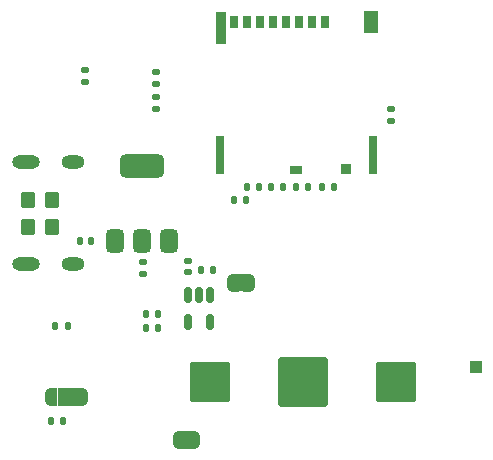
<source format=gbr>
%TF.GenerationSoftware,KiCad,Pcbnew,9.0.3*%
%TF.CreationDate,2025-09-17T23:32:25+02:00*%
%TF.ProjectId,Wear Camera,57656172-2043-4616-9d65-72612e6b6963,rev?*%
%TF.SameCoordinates,Original*%
%TF.FileFunction,Soldermask,Bot*%
%TF.FilePolarity,Negative*%
%FSLAX46Y46*%
G04 Gerber Fmt 4.6, Leading zero omitted, Abs format (unit mm)*
G04 Created by KiCad (PCBNEW 9.0.3) date 2025-09-17 23:32:25*
%MOMM*%
%LPD*%
G01*
G04 APERTURE LIST*
G04 Aperture macros list*
%AMRoundRect*
0 Rectangle with rounded corners*
0 $1 Rounding radius*
0 $2 $3 $4 $5 $6 $7 $8 $9 X,Y pos of 4 corners*
0 Add a 4 corners polygon primitive as box body*
4,1,4,$2,$3,$4,$5,$6,$7,$8,$9,$2,$3,0*
0 Add four circle primitives for the rounded corners*
1,1,$1+$1,$2,$3*
1,1,$1+$1,$4,$5*
1,1,$1+$1,$6,$7*
1,1,$1+$1,$8,$9*
0 Add four rect primitives between the rounded corners*
20,1,$1+$1,$2,$3,$4,$5,0*
20,1,$1+$1,$4,$5,$6,$7,0*
20,1,$1+$1,$6,$7,$8,$9,0*
20,1,$1+$1,$8,$9,$2,$3,0*%
%AMFreePoly0*
4,1,23,0.500000,-0.750000,0.000000,-0.750000,0.000000,-0.745722,-0.065263,-0.745722,-0.191342,-0.711940,-0.304381,-0.646677,-0.396677,-0.554381,-0.461940,-0.441342,-0.495722,-0.315263,-0.495722,-0.250000,-0.500000,-0.250000,-0.500000,0.250000,-0.495722,0.250000,-0.495722,0.315263,-0.461940,0.441342,-0.396677,0.554381,-0.304381,0.646677,-0.191342,0.711940,-0.065263,0.745722,0.000000,0.745722,
0.000000,0.750000,0.500000,0.750000,0.500000,-0.750000,0.500000,-0.750000,$1*%
%AMFreePoly1*
4,1,23,0.000000,0.745722,0.065263,0.745722,0.191342,0.711940,0.304381,0.646677,0.396677,0.554381,0.461940,0.441342,0.495722,0.315263,0.495722,0.250000,0.500000,0.250000,0.500000,-0.250000,0.495722,-0.250000,0.495722,-0.315263,0.461940,-0.441342,0.396677,-0.554381,0.304381,-0.646677,0.191342,-0.711940,0.065263,-0.745722,0.000000,-0.745722,0.000000,-0.750000,-0.500000,-0.750000,
-0.500000,0.750000,0.000000,0.750000,0.000000,0.745722,0.000000,0.745722,$1*%
%AMFreePoly2*
4,1,23,0.550000,-0.750000,0.000000,-0.750000,0.000000,-0.745722,-0.065263,-0.745722,-0.191342,-0.711940,-0.304381,-0.646677,-0.396677,-0.554381,-0.461940,-0.441342,-0.495722,-0.315263,-0.495722,-0.250000,-0.500000,-0.250000,-0.500000,0.250000,-0.495722,0.250000,-0.495722,0.315263,-0.461940,0.441342,-0.396677,0.554381,-0.304381,0.646677,-0.191342,0.711940,-0.065263,0.745722,0.000000,0.745722,
0.000000,0.750000,0.550000,0.750000,0.550000,-0.750000,0.550000,-0.750000,$1*%
%AMFreePoly3*
4,1,23,0.000000,0.745722,0.065263,0.745722,0.191342,0.711940,0.304381,0.646677,0.396677,0.554381,0.461940,0.441342,0.495722,0.315263,0.495722,0.250000,0.500000,0.250000,0.500000,-0.250000,0.495722,-0.250000,0.495722,-0.315263,0.461940,-0.441342,0.396677,-0.554381,0.304381,-0.646677,0.191342,-0.711940,0.065263,-0.745722,0.000000,-0.745722,0.000000,-0.750000,-0.550000,-0.750000,
-0.550000,0.750000,0.000000,0.750000,0.000000,0.745722,0.000000,0.745722,$1*%
G04 Aperture macros list end*
%ADD10O,2.352400X1.152400*%
%ADD11O,1.952400X1.152400*%
%ADD12RoundRect,0.250000X0.350000X0.450000X-0.350000X0.450000X-0.350000X-0.450000X0.350000X-0.450000X0*%
%ADD13RoundRect,0.375000X0.375000X-0.625000X0.375000X0.625000X-0.375000X0.625000X-0.375000X-0.625000X0*%
%ADD14RoundRect,0.500000X1.400000X-0.500000X1.400000X0.500000X-1.400000X0.500000X-1.400000X-0.500000X0*%
%ADD15RoundRect,0.135000X0.185000X-0.135000X0.185000X0.135000X-0.185000X0.135000X-0.185000X-0.135000X0*%
%ADD16RoundRect,0.135000X-0.135000X-0.185000X0.135000X-0.185000X0.135000X0.185000X-0.135000X0.185000X0*%
%ADD17RoundRect,0.140000X0.140000X0.170000X-0.140000X0.170000X-0.140000X-0.170000X0.140000X-0.170000X0*%
%ADD18R,1.000000X1.000000*%
%ADD19RoundRect,0.135000X0.135000X0.185000X-0.135000X0.185000X-0.135000X-0.185000X0.135000X-0.185000X0*%
%ADD20RoundRect,0.150000X-0.150000X0.512500X-0.150000X-0.512500X0.150000X-0.512500X0.150000X0.512500X0*%
%ADD21RoundRect,0.147500X-0.172500X0.147500X-0.172500X-0.147500X0.172500X-0.147500X0.172500X0.147500X0*%
%ADD22RoundRect,0.102000X1.590000X1.590000X-1.590000X1.590000X-1.590000X-1.590000X1.590000X-1.590000X0*%
%ADD23RoundRect,0.102000X1.980000X1.980000X-1.980000X1.980000X-1.980000X-1.980000X1.980000X-1.980000X0*%
%ADD24FreePoly0,180.000000*%
%ADD25FreePoly1,180.000000*%
%ADD26RoundRect,0.140000X0.170000X-0.140000X0.170000X0.140000X-0.170000X0.140000X-0.170000X-0.140000X0*%
%ADD27R,0.711200X1.092200*%
%ADD28R,0.889000X0.939800*%
%ADD29R,1.041400X0.787400*%
%ADD30R,1.143000X1.828800*%
%ADD31R,0.711200X3.327400*%
%ADD32R,0.863600X2.794000*%
%ADD33RoundRect,0.140000X-0.170000X0.140000X-0.170000X-0.140000X0.170000X-0.140000X0.170000X0.140000X0*%
%ADD34FreePoly2,180.000000*%
%ADD35R,1.000000X1.500000*%
%ADD36FreePoly3,180.000000*%
G04 APERTURE END LIST*
%TO.C,JP1*%
G36*
X92150000Y-126143800D02*
G01*
X91850000Y-126143800D01*
X91850000Y-127643800D01*
X92150000Y-127643800D01*
X92150000Y-126143800D01*
G37*
%TO.C,JP2*%
G36*
X96750000Y-112793800D02*
G01*
X96450000Y-112793800D01*
X96450000Y-114293800D01*
X96750000Y-114293800D01*
X96750000Y-112793800D01*
G37*
%TO.C,JP5*%
G36*
X82600000Y-122493800D02*
G01*
X81100000Y-122493800D01*
X81100000Y-123993800D01*
X82600000Y-123993800D01*
X82600000Y-122493800D01*
G37*
%TD*%
D10*
%TO.C,U9*%
X78375000Y-103323800D03*
X78375000Y-111963800D03*
D11*
X82375000Y-103323800D03*
X82375000Y-111963800D03*
%TD*%
D12*
%TO.C,R25*%
X80600000Y-108843800D03*
X78600000Y-108843800D03*
%TD*%
D13*
%TO.C,U1*%
X90550000Y-109993800D03*
X88250000Y-109993800D03*
D14*
X88250000Y-103693800D03*
D13*
X85950000Y-109993800D03*
%TD*%
D12*
%TO.C,R24*%
X80600000Y-106593800D03*
X78600000Y-106593800D03*
%TD*%
D15*
%TO.C,R4*%
X109350000Y-99903800D03*
X109350000Y-98883800D03*
%TD*%
D16*
%TO.C,R11*%
X80540000Y-125293800D03*
X81560000Y-125293800D03*
%TD*%
%TO.C,R5*%
X103430000Y-105443800D03*
X104450000Y-105443800D03*
%TD*%
D17*
%TO.C,C22*%
X83950000Y-109993800D03*
X82990000Y-109993800D03*
%TD*%
D16*
%TO.C,R12*%
X88540000Y-117418800D03*
X89560000Y-117418800D03*
%TD*%
D18*
%TO.C,TP2*%
X116490000Y-120723800D03*
%TD*%
D19*
%TO.C,R6*%
X102310000Y-105443800D03*
X101290000Y-105443800D03*
%TD*%
D16*
%TO.C,R15*%
X88540000Y-116243800D03*
X89560000Y-116243800D03*
%TD*%
D20*
%TO.C,U6*%
X92100000Y-114606300D03*
X93050000Y-114606300D03*
X94000000Y-114606300D03*
X94000000Y-116881300D03*
X92100000Y-116881300D03*
%TD*%
D15*
%TO.C,R13*%
X89400000Y-98853800D03*
X89400000Y-97833800D03*
%TD*%
D19*
%TO.C,R23*%
X94260000Y-112493800D03*
X93240000Y-112493800D03*
%TD*%
D21*
%TO.C,D2*%
X89400000Y-95758800D03*
X89400000Y-96728800D03*
%TD*%
D16*
%TO.C,R29*%
X99180000Y-105443800D03*
X100200000Y-105443800D03*
%TD*%
D22*
%TO.C,BT1*%
X109750000Y-121943800D03*
X94010000Y-121943800D03*
D23*
X101880000Y-121943800D03*
%TD*%
D24*
%TO.C,JP1*%
X92650000Y-126893800D03*
D25*
X91350000Y-126893800D03*
%TD*%
D26*
%TO.C,C15*%
X83400000Y-96543800D03*
X83400000Y-95583800D03*
%TD*%
D24*
%TO.C,JP2*%
X97250000Y-113543800D03*
D25*
X95950000Y-113543800D03*
%TD*%
D26*
%TO.C,C11*%
X92100000Y-112693800D03*
X92100000Y-111733800D03*
%TD*%
D19*
%TO.C,R2*%
X98110000Y-105443800D03*
X97090000Y-105443800D03*
%TD*%
%TO.C,R28*%
X81920000Y-117243800D03*
X80900000Y-117243800D03*
%TD*%
D27*
%TO.C,J3*%
X103725000Y-91453801D03*
X102625000Y-91453801D03*
X101525000Y-91453801D03*
X100424999Y-91453801D03*
X99324999Y-91453801D03*
X98224999Y-91453801D03*
X97124998Y-91453801D03*
X96025000Y-91453801D03*
D28*
X105515000Y-103918800D03*
D29*
X101250000Y-103993800D03*
D30*
X107605000Y-91468800D03*
D31*
X107825000Y-102718800D03*
X94865000Y-102718800D03*
D32*
X94945000Y-91953800D03*
%TD*%
D33*
%TO.C,C23*%
X88300000Y-111833800D03*
X88300000Y-112793800D03*
%TD*%
D34*
%TO.C,JP5*%
X83150000Y-123243800D03*
D35*
X81850000Y-123243800D03*
D36*
X80550000Y-123243800D03*
%TD*%
D16*
%TO.C,R3*%
X95990000Y-106543800D03*
X97010000Y-106543800D03*
%TD*%
M02*

</source>
